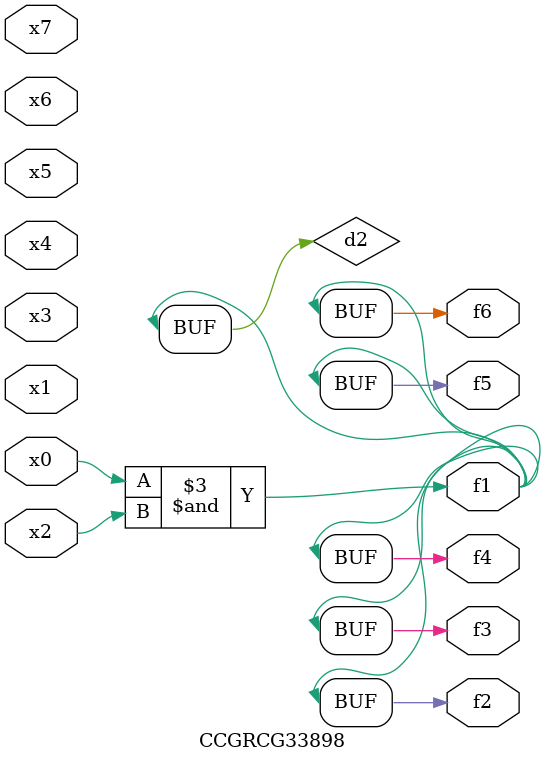
<source format=v>
module CCGRCG33898(
	input x0, x1, x2, x3, x4, x5, x6, x7,
	output f1, f2, f3, f4, f5, f6
);

	wire d1, d2;

	nor (d1, x3, x6);
	and (d2, x0, x2);
	assign f1 = d2;
	assign f2 = d2;
	assign f3 = d2;
	assign f4 = d2;
	assign f5 = d2;
	assign f6 = d2;
endmodule

</source>
